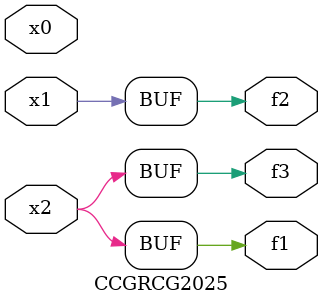
<source format=v>
module CCGRCG2025(
	input x0, x1, x2,
	output f1, f2, f3
);
	assign f1 = x2;
	assign f2 = x1;
	assign f3 = x2;
endmodule

</source>
